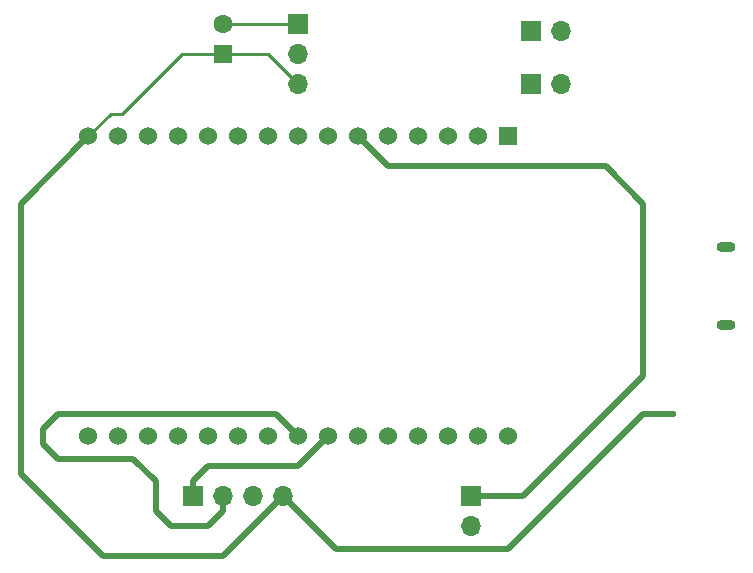
<source format=gbr>
%TF.GenerationSoftware,KiCad,Pcbnew,5.1.10*%
%TF.CreationDate,2021-10-27T21:34:53+02:00*%
%TF.ProjectId,JeanCloud_pcb_regular,4a65616e-436c-46f7-9564-5f7063625f72,rev?*%
%TF.SameCoordinates,Original*%
%TF.FileFunction,Copper,L2,Bot*%
%TF.FilePolarity,Positive*%
%FSLAX46Y46*%
G04 Gerber Fmt 4.6, Leading zero omitted, Abs format (unit mm)*
G04 Created by KiCad (PCBNEW 5.1.10) date 2021-10-27 21:34:53*
%MOMM*%
%LPD*%
G01*
G04 APERTURE LIST*
%TA.AperFunction,ComponentPad*%
%ADD10O,1.600000X0.900000*%
%TD*%
%TA.AperFunction,ComponentPad*%
%ADD11R,1.700000X1.700000*%
%TD*%
%TA.AperFunction,ComponentPad*%
%ADD12O,1.700000X1.700000*%
%TD*%
%TA.AperFunction,ComponentPad*%
%ADD13R,1.524000X1.524000*%
%TD*%
%TA.AperFunction,ComponentPad*%
%ADD14C,1.524000*%
%TD*%
%TA.AperFunction,ComponentPad*%
%ADD15R,1.600000X1.600000*%
%TD*%
%TA.AperFunction,ComponentPad*%
%ADD16C,1.600000*%
%TD*%
%TA.AperFunction,ViaPad*%
%ADD17C,0.600000*%
%TD*%
%TA.AperFunction,Conductor*%
%ADD18C,0.250000*%
%TD*%
%TA.AperFunction,Conductor*%
%ADD19C,0.500000*%
%TD*%
G04 APERTURE END LIST*
D10*
%TO.P,J1,SH*%
%TO.N,Net-(J1-PadSH)*%
X100965000Y-48135000D03*
X100965000Y-54735000D03*
%TD*%
D11*
%TO.P,J2,1*%
%TO.N,Net-(J2-Pad1)*%
X55880000Y-69215000D03*
D12*
%TO.P,J2,2*%
%TO.N,Net-(J2-Pad2)*%
X58420000Y-69215000D03*
%TO.P,J2,3*%
%TO.N,GND*%
X60960000Y-69215000D03*
%TO.P,J2,4*%
%TO.N,5V*%
X63500000Y-69215000D03*
%TD*%
D11*
%TO.P,J3,1*%
%TO.N,GND*%
X64770000Y-29210000D03*
D12*
%TO.P,J3,2*%
%TO.N,Net-(J3-Pad2)*%
X64770000Y-31750000D03*
%TO.P,J3,3*%
%TO.N,5V*%
X64770000Y-34290000D03*
%TD*%
D11*
%TO.P,J4,1*%
%TO.N,Net-(J4-Pad1)*%
X79375000Y-69215000D03*
D12*
%TO.P,J4,2*%
%TO.N,GND*%
X79375000Y-71755000D03*
%TD*%
%TO.P,J5,2*%
%TO.N,GND*%
X86995000Y-29845000D03*
D11*
%TO.P,J5,1*%
%TO.N,Net-(J5-Pad1)*%
X84455000Y-29845000D03*
%TD*%
%TO.P,J6,1*%
%TO.N,Net-(J6-Pad1)*%
X84455000Y-34290000D03*
D12*
%TO.P,J6,2*%
%TO.N,GND*%
X86995000Y-34290000D03*
%TD*%
D13*
%TO.P,U1,1*%
%TO.N,Net-(U1-Pad1)*%
X82550000Y-38735000D03*
D14*
%TO.P,U1,2*%
%TO.N,Net-(U1-Pad2)*%
X80010000Y-38735000D03*
%TO.P,U1,3*%
%TO.N,Net-(U1-Pad3)*%
X77470000Y-38735000D03*
%TO.P,U1,4*%
%TO.N,Net-(U1-Pad4)*%
X74930000Y-38735000D03*
%TO.P,U1,5*%
%TO.N,Net-(U1-Pad5)*%
X72390000Y-38735000D03*
%TO.P,U1,6*%
%TO.N,Net-(J4-Pad1)*%
X69850000Y-38735000D03*
%TO.P,U1,7*%
%TO.N,Net-(U1-Pad7)*%
X67310000Y-38735000D03*
%TO.P,U1,8*%
%TO.N,Net-(U1-Pad8)*%
X64770000Y-38735000D03*
%TO.P,U1,9*%
%TO.N,Net-(U1-Pad9)*%
X62230000Y-38735000D03*
%TO.P,U1,10*%
%TO.N,Net-(U1-Pad10)*%
X59690000Y-38735000D03*
%TO.P,U1,11*%
%TO.N,Net-(R1-Pad2)*%
X57150000Y-38735000D03*
%TO.P,U1,12*%
%TO.N,Net-(J5-Pad1)*%
X54610000Y-38735000D03*
%TO.P,U1,13*%
%TO.N,Net-(U1-Pad13)*%
X52070000Y-38735000D03*
%TO.P,U1,14*%
%TO.N,GND*%
X49530000Y-38735000D03*
%TO.P,U1,15*%
%TO.N,5V*%
X46990000Y-38735000D03*
%TO.P,U1,16*%
%TO.N,Net-(U1-Pad16)*%
X46990000Y-64135000D03*
%TO.P,U1,17*%
%TO.N,GND*%
X49530000Y-64135000D03*
%TO.P,U1,18*%
%TO.N,Net-(U1-Pad18)*%
X52070000Y-64135000D03*
%TO.P,U1,19*%
%TO.N,Net-(U1-Pad19)*%
X54610000Y-64135000D03*
%TO.P,U1,20*%
%TO.N,Net-(U1-Pad20)*%
X57150000Y-64135000D03*
%TO.P,U1,21*%
%TO.N,Net-(U1-Pad21)*%
X59690000Y-64135000D03*
%TO.P,U1,22*%
%TO.N,Net-(U1-Pad22)*%
X62230000Y-64135000D03*
%TO.P,U1,23*%
%TO.N,Net-(J2-Pad2)*%
X64770000Y-64135000D03*
%TO.P,U1,24*%
%TO.N,Net-(J2-Pad1)*%
X67310000Y-64135000D03*
%TO.P,U1,25*%
%TO.N,Net-(U1-Pad25)*%
X69850000Y-64135000D03*
%TO.P,U1,26*%
%TO.N,Net-(U1-Pad26)*%
X72390000Y-64135000D03*
%TO.P,U1,27*%
%TO.N,Net-(U1-Pad27)*%
X74930000Y-64135000D03*
%TO.P,U1,28*%
%TO.N,Net-(U1-Pad28)*%
X77470000Y-64135000D03*
%TO.P,U1,29*%
%TO.N,Net-(U1-Pad29)*%
X80010000Y-64135000D03*
%TO.P,U1,30*%
%TO.N,Net-(J6-Pad1)*%
X82550000Y-64135000D03*
%TD*%
D15*
%TO.P,C1,1*%
%TO.N,5V*%
X58420000Y-31750000D03*
D16*
%TO.P,C1,2*%
%TO.N,GND*%
X58420000Y-29250000D03*
%TD*%
D17*
%TO.N,5V*%
X96520000Y-62230000D03*
%TD*%
D18*
%TO.N,GND*%
X64730000Y-29250000D02*
X64770000Y-29210000D01*
X58420000Y-29250000D02*
X64730000Y-29250000D01*
D19*
%TO.N,5V*%
X96520000Y-62230000D02*
X93980000Y-62230000D01*
X93980000Y-62230000D02*
X82550000Y-73660000D01*
X67945000Y-73660000D02*
X63500000Y-69215000D01*
X82550000Y-73660000D02*
X67945000Y-73660000D01*
X41275000Y-44450000D02*
X46990000Y-38735000D01*
X41275000Y-67310000D02*
X41275000Y-44450000D01*
X48260000Y-74295000D02*
X41275000Y-67310000D01*
X58420000Y-74295000D02*
X48260000Y-74295000D01*
X63500000Y-69215000D02*
X58420000Y-74295000D01*
D18*
X62230000Y-31750000D02*
X64770000Y-34290000D01*
X58420000Y-31750000D02*
X62230000Y-31750000D01*
X49826238Y-36830000D02*
X48895000Y-36830000D01*
X48895000Y-36830000D02*
X46990000Y-38735000D01*
X54906238Y-31750000D02*
X49826238Y-36830000D01*
X58420000Y-31750000D02*
X54906238Y-31750000D01*
D19*
%TO.N,Net-(J2-Pad1)*%
X55880000Y-69215000D02*
X55880000Y-67945000D01*
X55880000Y-67945000D02*
X57150000Y-66675000D01*
X64770000Y-66675000D02*
X67310000Y-64135000D01*
X57150000Y-66675000D02*
X64770000Y-66675000D01*
%TO.N,Net-(J2-Pad2)*%
X44450000Y-62230000D02*
X62865000Y-62230000D01*
X43180000Y-64770000D02*
X43180000Y-63500000D01*
X50800000Y-66040000D02*
X44450000Y-66040000D01*
X44450000Y-66040000D02*
X43180000Y-64770000D01*
X52705000Y-70485000D02*
X52705000Y-67945000D01*
X57150000Y-71755000D02*
X53975000Y-71755000D01*
X62865000Y-62230000D02*
X64770000Y-64135000D01*
X52705000Y-67945000D02*
X50800000Y-66040000D01*
X58420000Y-70485000D02*
X57150000Y-71755000D01*
X43180000Y-63500000D02*
X44450000Y-62230000D01*
X53975000Y-71755000D02*
X52705000Y-70485000D01*
X58420000Y-69215000D02*
X58420000Y-70485000D01*
%TO.N,Net-(J4-Pad1)*%
X79375000Y-69215000D02*
X83820000Y-69215000D01*
X83820000Y-69215000D02*
X93980000Y-59055000D01*
X93980000Y-59055000D02*
X93980000Y-44450000D01*
X93980000Y-44450000D02*
X90805000Y-41275000D01*
X72390000Y-41275000D02*
X69850000Y-38735000D01*
X90805000Y-41275000D02*
X72390000Y-41275000D01*
%TD*%
M02*

</source>
